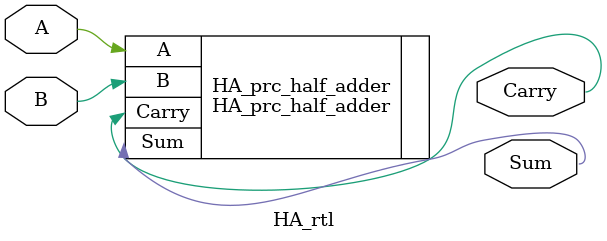
<source format=v>
module HA_rtl(A, B, Sum, Carry);
  input A;
  input B;
  output Sum;
  output Carry;

  HA_prc_half_adder HA_prc_half_adder(.A(A), .B(B), .Sum(Sum), .Carry(Carry));
endmodule



</source>
